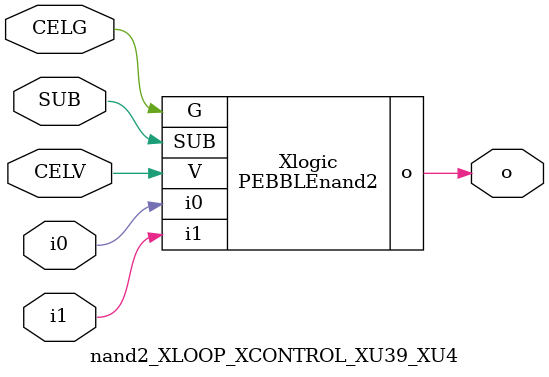
<source format=v>



module PEBBLEnand2 ( o, G, SUB, V, i0, i1 );

  input i0;
  input V;
  input i1;
  input G;
  output o;
  input SUB;
endmodule

//Celera Confidential Do Not Copy nand2_XLOOP_XCONTROL_XU39_XU4
//Celera Confidential Symbol Generator
//5V NAND2
module nand2_XLOOP_XCONTROL_XU39_XU4 (CELV,CELG,i0,i1,o,SUB);
input CELV;
input CELG;
input i0;
input i1;
input SUB;
output o;

//Celera Confidential Do Not Copy nand2
PEBBLEnand2 Xlogic(
.V (CELV),
.i0 (i0),
.i1 (i1),
.o (o),
.SUB (SUB),
.G (CELG)
);
//,diesize,PEBBLEnand2

//Celera Confidential Do Not Copy Module End
//Celera Schematic Generator
endmodule

</source>
